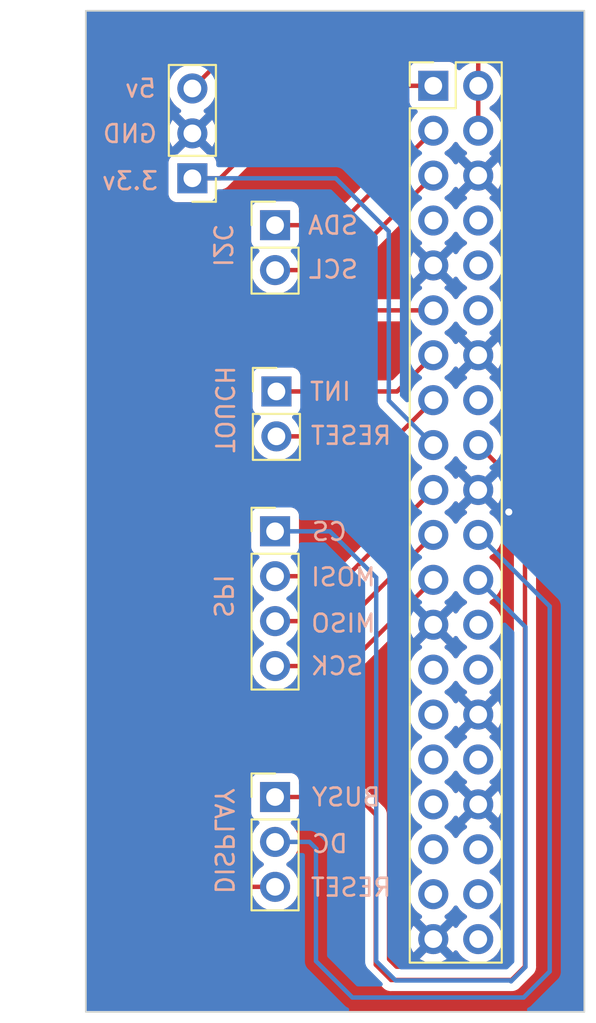
<source format=kicad_pcb>
(kicad_pcb (version 20221018) (generator pcbnew)
  (layers (0 "F.Cu" signal) (31 "B.Cu" signal) (34 "B.Paste" user) (35 "F.Paste" user) (36 "B.SilkS" user "B.Silkscreen") (37 "F.SilkS" user "F.Silkscreen") (38 "B.Mask" user) (39 "F.Mask" user) (44 "Edge.Cuts" user))
  (net 0 "")
  (net 1 "/3.3v")
  (net 2 "/5v")
  (net 3 "/SDA")
  (net 4 "/SCL")
  (net 5 "/GND")
  (net 9 "/RESET")
  (net 11 "/TS_INT")
  (net 12 "/TS_RESET")
  (net 14 "/BUSY")
  (net 15 "/MOSI")
  (net 16 "/MISO")
  (net 17 "/DC")
  (net 18 "/SCK")
  (net 19 "/CS")
  (footprint "Connector_PinHeader_2.54mm:PinHeader_1x03_P2.54mm_Vertical" (layer "F.Cu") (at 130.1242 63.881 180)
    (fp_text reference "J3" hide)
    (fp_text value "POWER" hide)
    (fp_line (start -1.33 -1.33) (end 0 -1.33) (stroke (width 0.12)) (layer "F.SilkS"))
    (fp_line (start -1.33 0) (end -1.33 -1.33) (stroke (width 0.12)) (layer "F.SilkS"))
    (fp_line (start -1.33 1.27) (end -1.33 6.41) (stroke (width 0.12)) (layer "F.SilkS"))
    (fp_line (start -1.33 1.27) (end 1.33 1.27) (stroke (width 0.12)) (layer "F.SilkS"))
    (fp_line (start -1.33 6.41) (end 1.33 6.41) (stroke (width 0.12)) (layer "F.SilkS"))
    (fp_line (start 1.33 1.27) (end 1.33 6.41) (stroke (width 0.12)) (layer "F.SilkS"))
    (pad "1" thru_hole rect (at 0 0 180) (size 1.7 1.7) (drill 1) (layers "*.Cu" "*.Mask") (net 1 "/3.3v"))
    (pad "2" thru_hole oval (at 0 2.54 180) (size 1.7 1.7) (drill 1) (layers "*.Cu" "*.Mask") (net 5 "/GND"))
    (pad "3" thru_hole oval (at 0 5.08 180) (size 1.7 1.7) (drill 1) (layers "*.Cu" "*.Mask") (net 2 "/5v"))
  )
  (footprint "Connector_PinHeader_2.54mm:PinHeader_2x20_P2.54mm_Vertical" (layer "F.Cu") (at 143.7386 58.6486)
    (fp_text reference "J1" hide)
    (fp_text value "Raspberry_Pi_2_3" hide)
    (fp_line (start -1.33 -1.33) (end 0 -1.33) (stroke (width 0.12)) (layer "F.SilkS"))
    (fp_line (start -1.33 0) (end -1.33 -1.33) (stroke (width 0.12)) (layer "F.SilkS"))
    (fp_line (start -1.33 1.27) (end -1.33 49.59) (stroke (width 0.12)) (layer "F.SilkS"))
    (fp_line (start -1.33 1.27) (end 1.27 1.27) (stroke (width 0.12)) (layer "F.SilkS"))
    (fp_line (start -1.33 49.59) (end 3.87 49.59) (stroke (width 0.12)) (layer "F.SilkS"))
    (fp_line (start 1.27 -1.33) (end 3.87 -1.33) (stroke (width 0.12)) (layer "F.SilkS"))
    (fp_line (start 1.27 1.27) (end 1.27 -1.33) (stroke (width 0.12)) (layer "F.SilkS"))
    (fp_line (start 3.87 -1.33) (end 3.87 49.59) (stroke (width 0.12)) (layer "F.SilkS"))
    (pad "1" thru_hole rect (at 0 0) (size 1.7 1.7) (drill 1) (layers "*.Cu" "*.Mask") (net 1 "/3.3v"))
    (pad "2" thru_hole oval (at 2.54 0) (size 1.7 1.7) (drill 1) (layers "*.Cu" "*.Mask") (net 2 "/5v"))
    (pad "3" thru_hole oval (at 0 2.54) (size 1.7 1.7) (drill 1) (layers "*.Cu" "*.Mask") (net 3 "/SDA"))
    (pad "4" thru_hole oval (at 2.54 2.54) (size 1.7 1.7) (drill 1) (layers "*.Cu" "*.Mask") (net 2 "/5v"))
    (pad "5" thru_hole oval (at 0 5.08) (size 1.7 1.7) (drill 1) (layers "*.Cu" "*.Mask") (net 4 "/SCL"))
    (pad "6" thru_hole oval (at 2.54 5.08) (size 1.7 1.7) (drill 1) (layers "*.Cu" "*.Mask") (net 5 "/GND"))
    (pad "7" thru_hole oval (at 0 7.62) (size 1.7 1.7) (drill 1) (layers "*.Cu" "*.Mask"))
    (pad "8" thru_hole oval (at 2.54 7.62) (size 1.7 1.7) (drill 1) (layers "*.Cu" "*.Mask"))
    (pad "9" thru_hole oval (at 0 10.16) (size 1.7 1.7) (drill 1) (layers "*.Cu" "*.Mask") (net 5 "/GND"))
    (pad "10" thru_hole oval (at 2.54 10.16) (size 1.7 1.7) (drill 1) (layers "*.Cu" "*.Mask"))
    (pad "11" thru_hole oval (at 0 12.7) (size 1.7 1.7) (drill 1) (layers "*.Cu" "*.Mask") (net 9 "/RESET"))
    (pad "12" thru_hole oval (at 2.54 12.7) (size 1.7 1.7) (drill 1) (layers "*.Cu" "*.Mask"))
    (pad "13" thru_hole oval (at 0 15.24) (size 1.7 1.7) (drill 1) (layers "*.Cu" "*.Mask") (net 11 "/TS_INT"))
    (pad "14" thru_hole oval (at 2.54 15.24) (size 1.7 1.7) (drill 1) (layers "*.Cu" "*.Mask") (net 5 "/GND"))
    (pad "15" thru_hole oval (at 0 17.78) (size 1.7 1.7) (drill 1) (layers "*.Cu" "*.Mask") (net 12 "/TS_RESET"))
    (pad "16" thru_hole oval (at 2.54 17.78) (size 1.7 1.7) (drill 1) (layers "*.Cu" "*.Mask"))
    (pad "17" thru_hole oval (at 0 20.32) (size 1.7 1.7) (drill 1) (layers "*.Cu" "*.Mask") (net 1 "/3.3v"))
    (pad "18" thru_hole oval (at 2.54 20.32) (size 1.7 1.7) (drill 1) (layers "*.Cu" "*.Mask") (net 14 "/BUSY"))
    (pad "19" thru_hole oval (at 0 22.86) (size 1.7 1.7) (drill 1) (layers "*.Cu" "*.Mask") (net 15 "/MOSI"))
    (pad "20" thru_hole oval (at 2.54 22.86) (size 1.7 1.7) (drill 1) (layers "*.Cu" "*.Mask") (net 5 "/GND"))
    (pad "21" thru_hole oval (at 0 25.4) (size 1.7 1.7) (drill 1) (layers "*.Cu" "*.Mask") (net 16 "/MISO"))
    (pad "22" thru_hole oval (at 2.54 25.4) (size 1.7 1.7) (drill 1) (layers "*.Cu" "*.Mask") (net 17 "/DC"))
    (pad "23" thru_hole oval (at 0 27.94) (size 1.7 1.7) (drill 1) (layers "*.Cu" "*.Mask") (net 18 "/SCK"))
    (pad "24" thru_hole oval (at 2.54 27.94) (size 1.7 1.7) (drill 1) (layers "*.Cu" "*.Mask") (net 19 "/CS"))
    (pad "25" thru_hole oval (at 0 30.48) (size 1.7 1.7) (drill 1) (layers "*.Cu" "*.Mask") (net 5 "/GND"))
    (pad "26" thru_hole oval (at 2.54 30.48) (size 1.7 1.7) (drill 1) (layers "*.Cu" "*.Mask"))
    (pad "27" thru_hole oval (at 0 33.02) (size 1.7 1.7) (drill 1) (layers "*.Cu" "*.Mask"))
    (pad "28" thru_hole oval (at 2.54 33.02) (size 1.7 1.7) (drill 1) (layers "*.Cu" "*.Mask"))
    (pad "29" thru_hole oval (at 0 35.56) (size 1.7 1.7) (drill 1) (layers "*.Cu" "*.Mask"))
    (pad "30" thru_hole oval (at 2.54 35.56) (size 1.7 1.7) (drill 1) (layers "*.Cu" "*.Mask") (net 5 "/GND"))
    (pad "31" thru_hole oval (at 0 38.1) (size 1.7 1.7) (drill 1) (layers "*.Cu" "*.Mask"))
    (pad "32" thru_hole oval (at 2.54 38.1) (size 1.7 1.7) (drill 1) (layers "*.Cu" "*.Mask"))
    (pad "33" thru_hole oval (at 0 40.64) (size 1.7 1.7) (drill 1) (layers "*.Cu" "*.Mask"))
    (pad "34" thru_hole oval (at 2.54 40.64) (size 1.7 1.7) (drill 1) (layers "*.Cu" "*.Mask") (net 5 "/GND"))
    (pad "35" thru_hole oval (at 0 43.18) (size 1.7 1.7) (drill 1) (layers "*.Cu" "*.Mask"))
    (pad "36" thru_hole oval (at 2.54 43.18) (size 1.7 1.7) (drill 1) (layers "*.Cu" "*.Mask"))
    (pad "37" thru_hole oval (at 0 45.72) (size 1.7 1.7) (drill 1) (layers "*.Cu" "*.Mask"))
    (pad "38" thru_hole oval (at 2.54 45.72) (size 1.7 1.7) (drill 1) (layers "*.Cu" "*.Mask"))
    (pad "39" thru_hole oval (at 0 48.26) (size 1.7 1.7) (drill 1) (layers "*.Cu" "*.Mask") (net 5 "/GND"))
    (pad "40" thru_hole oval (at 2.54 48.26) (size 1.7 1.7) (drill 1) (layers "*.Cu" "*.Mask"))
  )
  (footprint "Connector_PinHeader_2.54mm:PinHeader_1x03_P2.54mm_Vertical" (layer "F.Cu") (at 134.7978 98.8718)
    (fp_text reference "J5" hide)
    (fp_text value "DISPLAY" hide)
    (fp_line (start -1.33 -1.33) (end 0 -1.33) (stroke (width 0.12)) (layer "F.SilkS"))
    (fp_line (start -1.33 0) (end -1.33 -1.33) (stroke (width 0.12)) (layer "F.SilkS"))
    (fp_line (start -1.33 1.27) (end -1.33 6.41) (stroke (width 0.12)) (layer "F.SilkS"))
    (fp_line (start -1.33 1.27) (end 1.33 1.27) (stroke (width 0.12)) (layer "F.SilkS"))
    (fp_line (start -1.33 6.41) (end 1.33 6.41) (stroke (width 0.12)) (layer "F.SilkS"))
    (fp_line (start 1.33 1.27) (end 1.33 6.41) (stroke (width 0.12)) (layer "F.SilkS"))
    (pad "1" thru_hole rect (at 0 0) (size 1.7 1.7) (drill 1) (layers "*.Cu" "*.Mask") (net 14 "/BUSY"))
    (pad "2" thru_hole oval (at 0 2.54) (size 1.7 1.7) (drill 1) (layers "*.Cu" "*.Mask") (net 17 "/DC"))
    (pad "3" thru_hole oval (at 0 5.08) (size 1.7 1.7) (drill 1) (layers "*.Cu" "*.Mask") (net 9 "/RESET"))
  )
  (footprint "Connector_PinHeader_2.54mm:PinHeader_1x02_P2.54mm_Vertical" (layer "F.Cu") (at 134.874 75.9356)
    (fp_text reference "J6" hide)
    (fp_text value "TOUCHSCREEN" hide)
    (fp_line (start -1.33 -1.33) (end 0 -1.33) (stroke (width 0.12)) (layer "F.SilkS"))
    (fp_line (start -1.33 0) (end -1.33 -1.33) (stroke (width 0.12)) (layer "F.SilkS"))
    (fp_line (start -1.33 1.27) (end -1.33 3.87) (stroke (width 0.12)) (layer "F.SilkS"))
    (fp_line (start -1.33 1.27) (end 1.33 1.27) (stroke (width 0.12)) (layer "F.SilkS"))
    (fp_line (start -1.33 3.87) (end 1.33 3.87) (stroke (width 0.12)) (layer "F.SilkS"))
    (fp_line (start 1.33 1.27) (end 1.33 3.87) (stroke (width 0.12)) (layer "F.SilkS"))
    (pad "1" thru_hole rect (at 0 0) (size 1.7 1.7) (drill 1) (layers "*.Cu" "*.Mask") (net 11 "/TS_INT"))
    (pad "2" thru_hole oval (at 0 2.54) (size 1.7 1.7) (drill 1) (layers "*.Cu" "*.Mask") (net 12 "/TS_RESET"))
  )
  (footprint "Connector_PinHeader_2.54mm:PinHeader_1x04_P2.54mm_Vertical" (layer "F.Cu") (at 134.7978 83.845)
    (fp_text reference "J4" hide)
    (fp_text value "SPI" hide)
    (fp_line (start -1.33 -1.33) (end 0 -1.33) (stroke (width 0.12)) (layer "F.SilkS"))
    (fp_line (start -1.33 0) (end -1.33 -1.33) (stroke (width 0.12)) (layer "F.SilkS"))
    (fp_line (start -1.33 1.27) (end -1.33 8.95) (stroke (width 0.12)) (layer "F.SilkS"))
    (fp_line (start -1.33 1.27) (end 1.33 1.27) (stroke (width 0.12)) (layer "F.SilkS"))
    (fp_line (start -1.33 8.95) (end 1.33 8.95) (stroke (width 0.12)) (layer "F.SilkS"))
    (fp_line (start 1.33 1.27) (end 1.33 8.95) (stroke (width 0.12)) (layer "F.SilkS"))
    (pad "1" thru_hole rect (at 0 0) (size 1.7 1.7) (drill 1) (layers "*.Cu" "*.Mask") (net 19 "/CS"))
    (pad "2" thru_hole oval (at 0 2.54) (size 1.7 1.7) (drill 1) (layers "*.Cu" "*.Mask") (net 15 "/MOSI"))
    (pad "3" thru_hole oval (at 0 5.08) (size 1.7 1.7) (drill 1) (layers "*.Cu" "*.Mask") (net 16 "/MISO"))
    (pad "4" thru_hole oval (at 0 7.62) (size 1.7 1.7) (drill 1) (layers "*.Cu" "*.Mask") (net 18 "/SCK"))
  )
  (footprint "Connector_PinHeader_2.54mm:PinHeader_1x02_P2.54mm_Vertical" (layer "F.Cu") (at 134.7978 66.5326)
    (fp_text reference "J2" hide)
    (fp_text value "I2C" hide)
    (fp_line (start -1.33 -1.33) (end 0 -1.33) (stroke (width 0.12)) (layer "F.SilkS"))
    (fp_line (start -1.33 0) (end -1.33 -1.33) (stroke (width 0.12)) (layer "F.SilkS"))
    (fp_line (start -1.33 1.27) (end -1.33 3.87) (stroke (width 0.12)) (layer "F.SilkS"))
    (fp_line (start -1.33 1.27) (end 1.33 1.27) (stroke (width 0.12)) (layer "F.SilkS"))
    (fp_line (start -1.33 3.87) (end 1.33 3.87) (stroke (width 0.12)) (layer "F.SilkS"))
    (fp_line (start 1.33 1.27) (end 1.33 3.87) (stroke (width 0.12)) (layer "F.SilkS"))
    (pad "1" thru_hole rect (at 0 0) (size 1.7 1.7) (drill 1) (layers "*.Cu" "*.Mask") (net 3 "/SDA"))
    (pad "2" thru_hole oval (at 0 2.54) (size 1.7 1.7) (drill 1) (layers "*.Cu" "*.Mask") (net 4 "/SCL"))
  )
  (gr_rect (start 124.1044 54.4068) (end 152.273 111.0234) (stroke (width 0.1)) (fill none) (layer "Edge.Cuts"))
  (gr_text "MOSI" (at 140.5636 87.0204) (layer "B.SilkS") (effects (font (size 1 1)) (justify left bottom mirror)))
  (gr_text "3.3v" (at 128.27 64.6176) (layer "B.SilkS") (effects (font (size 1 1)) (justify left bottom mirror)))
  (gr_text "DISPLAY" (at 131.318 104.4448 -90) (layer "B.SilkS") (effects (font (size 1 1)) (justify left bottom mirror)))
  (gr_text "I2C" (at 131.2418 68.9864 -90) (layer "B.SilkS") (effects (font (size 1 1)) (justify left bottom mirror)))
  (gr_text "DC" (at 138.9888 102.108) (layer "B.SilkS") (effects (font (size 1 1)) (justify left bottom mirror)))
  (gr_text "SDA" (at 139.573 67.1322) (layer "B.SilkS") (effects (font (size 1 1)) (justify left bottom mirror)))
  (gr_text "GND" (at 128.2192 61.9506) (layer "B.SilkS") (effects (font (size 1 1)) (justify left bottom mirror)))
  (gr_text "SCL" (at 139.573 69.6214) (layer "B.SilkS") (effects (font (size 1 1)) (justify left bottom mirror)))
  (gr_text "RESET" (at 141.4526 104.5718) (layer "B.SilkS") (effects (font (size 1 1)) (justify left bottom mirror)))
  (gr_text "TOUCH" (at 131.3434 79.502 -90) (layer "B.SilkS") (effects (font (size 1 1)) (justify left bottom mirror)))
  (gr_text "MISO" (at 140.5636 89.6366) (layer "B.SilkS") (effects (font (size 1 1)) (justify left bottom mirror)))
  (gr_text "INT" (at 139.1666 76.5302) (layer "B.SilkS") (effects (font (size 1 1)) (justify left bottom mirror)))
  (gr_text "SCK" (at 139.8778 92.0496) (layer "B.SilkS") (effects (font (size 1 1)) (justify left bottom mirror)))
  (gr_text "SPI" (at 131.2672 88.8238 -90) (layer "B.SilkS") (effects (font (size 1 1)) (justify left bottom mirror)))
  (gr_text "BUSY" (at 140.843 99.4664) (layer "B.SilkS") (effects (font (size 1 1)) (justify left bottom mirror)))
  (gr_text "CS" (at 138.938 84.455) (layer "B.SilkS") (effects (font (size 1 1)) (justify left bottom mirror)))
  (gr_text "RESET" (at 141.4526 79.0194) (layer "B.SilkS") (effects (font (size 1 1)) (justify left bottom mirror)))
  (gr_text "5v" (at 128.143 59.3852) (layer "B.SilkS") (effects (font (size 1 1)) (justify left bottom mirror)))
  (segment (start 131.699 63.881) (end 136.9314 58.6486) (width 0.25) (layer "F.Cu") (net 1))
  (segment (start 130.1242 63.881) (end 131.699 63.881) (width 0.25) (layer "F.Cu") (net 1))
  (segment (start 136.9314 58.6486) (end 143.7386 58.6486) (width 0.25) (layer "F.Cu") (net 1))
  (segment (start 141.224 66.8782) (end 141.224 76.454) (width 0.25) (layer "B.Cu") (net 1))
  (segment (start 130.1242 63.881) (end 138.2268 63.881) (width 0.25) (layer "B.Cu") (net 1))
  (segment (start 138.2268 63.881) (end 141.224 66.8782) (width 0.25) (layer "B.Cu") (net 1))
  (segment (start 141.224 76.454) (end 143.7386 78.9686) (width 0.25) (layer "B.Cu") (net 1))
  (segment (start 130.1242 58.801) (end 132.6388 56.2864) (width 0.25) (layer "F.Cu") (net 2))
  (segment (start 145.6182 56.2864) (end 146.2786 56.9468) (width 0.25) (layer "F.Cu") (net 2))
  (segment (start 146.2786 56.9468) (end 146.2786 58.6486) (width 0.25) (layer "F.Cu") (net 2))
  (segment (start 146.2786 58.6486) (end 146.2786 61.1886) (width 0.25) (layer "F.Cu") (net 2))
  (segment (start 132.6388 56.2864) (end 145.6182 56.2864) (width 0.25) (layer "F.Cu") (net 2))
  (segment (start 134.7978 66.5326) (end 138.3946 66.5326) (width 0.25) (layer "F.Cu") (net 3))
  (segment (start 138.3946 66.5326) (end 143.7386 61.1886) (width 0.25) (layer "F.Cu") (net 3))
  (segment (start 134.7978 69.0726) (end 138.3946 69.0726) (width 0.25) (layer "F.Cu") (net 4))
  (segment (start 138.3946 69.0726) (end 143.7386 63.7286) (width 0.25) (layer "F.Cu") (net 4))
  (via (at 148.0058 82.7532) (size 0.8) (drill 0.4) (layers "F.Cu" "B.Cu") (net 5))
  (segment (start 126.746 75.057) (end 130.4544 71.3486) (width 0.25) (layer "F.Cu") (net 9))
  (segment (start 134.7978 103.9518) (end 131.8664 103.9518) (width 0.25) (layer "F.Cu") (net 9))
  (segment (start 126.746 98.8314) (end 126.746 75.057) (width 0.25) (layer "F.Cu") (net 9))
  (segment (start 131.8664 103.9518) (end 126.746 98.8314) (width 0.25) (layer "F.Cu") (net 9))
  (segment (start 130.4544 71.3486) (end 143.7386 71.3486) (width 0.25) (layer "F.Cu") (net 9))
  (segment (start 134.874 75.9356) (end 141.6916 75.9356) (width 0.25) (layer "F.Cu") (net 11))
  (segment (start 141.6916 75.9356) (end 143.7386 73.8886) (width 0.25) (layer "F.Cu") (net 11))
  (segment (start 141.6916 78.4756) (end 143.7386 76.4286) (width 0.25) (layer "F.Cu") (net 12))
  (segment (start 134.874 78.4756) (end 141.6916 78.4756) (width 0.25) (layer "F.Cu") (net 12))
  (segment (start 139.4864 98.8718) (end 140.4874 99.8728) (width 0.25) (layer "F.Cu") (net 14))
  (segment (start 140.4874 99.8728) (end 140.4874 108.3564) (width 0.25) (layer "F.Cu") (net 14))
  (segment (start 148.1582 109.22) (end 148.9202 108.458) (width 0.25) (layer "F.Cu") (net 14))
  (segment (start 140.4874 108.3564) (end 141.351 109.22) (width 0.25) (layer "F.Cu") (net 14))
  (segment (start 148.9202 81.6102) (end 146.2786 78.9686) (width 0.25) (layer "F.Cu") (net 14))
  (segment (start 141.351 109.22) (end 148.1582 109.22) (width 0.25) (layer "F.Cu") (net 14))
  (segment (start 134.7978 98.8718) (end 139.4864 98.8718) (width 0.25) (layer "F.Cu") (net 14))
  (segment (start 148.9202 108.458) (end 148.9202 81.6102) (width 0.25) (layer "F.Cu") (net 14))
  (segment (start 138.8622 86.385) (end 143.7386 81.5086) (width 0.25) (layer "F.Cu") (net 15))
  (segment (start 134.7978 86.385) (end 138.8622 86.385) (width 0.25) (layer "F.Cu") (net 15))
  (segment (start 138.8622 88.925) (end 143.7386 84.0486) (width 0.25) (layer "F.Cu") (net 16))
  (segment (start 134.7978 88.925) (end 138.8622 88.925) (width 0.25) (layer "F.Cu") (net 16))
  (segment (start 134.7978 101.4118) (end 136.7432 101.4118) (width 0.25) (layer "B.Cu") (net 17))
  (segment (start 136.7432 101.4118) (end 137.1346 101.8032) (width 0.25) (layer "B.Cu") (net 17))
  (segment (start 139.1666 110.2106) (end 148.844 110.2106) (width 0.25) (layer "B.Cu") (net 17))
  (segment (start 148.844 110.2106) (end 150.3172 108.7374) (width 0.25) (layer "B.Cu") (net 17))
  (segment (start 150.3172 88.0872) (end 146.2786 84.0486) (width 0.25) (layer "B.Cu") (net 17))
  (segment (start 137.1346 101.8032) (end 137.1092 101.8286) (width 0.25) (layer "B.Cu") (net 17))
  (segment (start 137.1092 108.1532) (end 139.1666 110.2106) (width 0.25) (layer "B.Cu") (net 17))
  (segment (start 137.1092 101.8286) (end 137.1092 108.1532) (width 0.25) (layer "B.Cu") (net 17))
  (segment (start 150.3172 108.7374) (end 150.3172 88.0872) (width 0.25) (layer "B.Cu") (net 17))
  (segment (start 134.7978 91.465) (end 138.8622 91.465) (width 0.25) (layer "F.Cu") (net 18))
  (segment (start 138.8622 91.465) (end 143.7386 86.5886) (width 0.25) (layer "F.Cu") (net 18))
  (segment (start 141.605 109.2454) (end 148.082 109.2454) (width 0.25) (layer "B.Cu") (net 19))
  (segment (start 148.9456 89.2556) (end 146.2786 86.5886) (width 0.25) (layer "B.Cu") (net 19))
  (segment (start 140.5128 86.4616) (end 140.5128 108.1532) (width 0.25) (layer "B.Cu") (net 19))
  (segment (start 148.082 109.2454) (end 148.1328 109.2962) (width 0.25) (layer "B.Cu") (net 19))
  (segment (start 140.5128 108.1532) (end 141.605 109.2454) (width 0.25) (layer "B.Cu") (net 19))
  (segment (start 134.7978 83.845) (end 137.8962 83.845) (width 0.25) (layer "B.Cu") (net 19))
  (segment (start 148.1328 109.2962) (end 148.9456 108.4834) (width 0.25) (layer "B.Cu") (net 19))
  (segment (start 137.8962 83.845) (end 140.5128 86.4616) (width 0.25) (layer "B.Cu") (net 19))
  (segment (start 148.9456 108.4834) (end 148.9456 89.2556) (width 0.25) (layer "B.Cu") (net 19))
  (zone (net 5) (net_name "/GND") (layer "F.Cu") (connect_pads (clearance 0.5)) (min_thickness 0.25) (fill yes (thermal_gap 0.5) (thermal_bridge_width 0.5))
    (polygon (pts (xy 119.253 53.8734) (xy 152.9334 53.7972) (xy 152.9334 111.5568) (xy 123.0884 111.6584) (xy 123.1646 53.975)))
  )
  (zone (net 5) (net_name "/GND") (layer "B.Cu") (connect_pads (clearance 0.5)) (min_thickness 0.25) (fill yes (thermal_gap 0.5) (thermal_bridge_width 0.5))
    (polygon (pts (xy 123.1646 53.975) (xy 152.9334 53.7972) (xy 152.9334 111.5568) (xy 123.0884 111.6584) (xy 123.1646 53.975)))
  )
)
</source>
